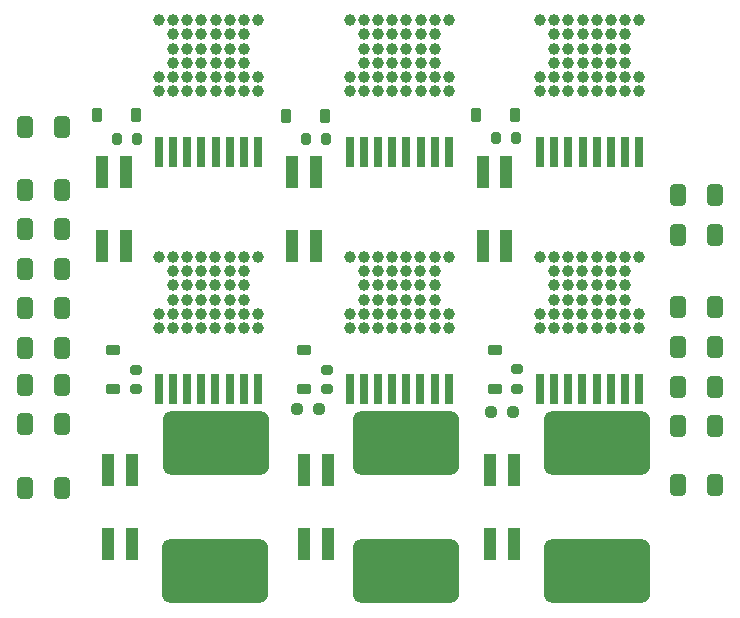
<source format=gbr>
%TF.GenerationSoftware,KiCad,Pcbnew,8.0.2*%
%TF.CreationDate,2024-11-11T17:07:31+01:00*%
%TF.ProjectId,power,706f7765-722e-46b6-9963-61645f706362,rev?*%
%TF.SameCoordinates,Original*%
%TF.FileFunction,Paste,Top*%
%TF.FilePolarity,Positive*%
%FSLAX46Y46*%
G04 Gerber Fmt 4.6, Leading zero omitted, Abs format (unit mm)*
G04 Created by KiCad (PCBNEW 8.0.2) date 2024-11-11 17:07:31*
%MOMM*%
%LPD*%
G01*
G04 APERTURE LIST*
G04 Aperture macros list*
%AMRoundRect*
0 Rectangle with rounded corners*
0 $1 Rounding radius*
0 $2 $3 $4 $5 $6 $7 $8 $9 X,Y pos of 4 corners*
0 Add a 4 corners polygon primitive as box body*
4,1,4,$2,$3,$4,$5,$6,$7,$8,$9,$2,$3,0*
0 Add four circle primitives for the rounded corners*
1,1,$1+$1,$2,$3*
1,1,$1+$1,$4,$5*
1,1,$1+$1,$6,$7*
1,1,$1+$1,$8,$9*
0 Add four rect primitives between the rounded corners*
20,1,$1+$1,$2,$3,$4,$5,0*
20,1,$1+$1,$4,$5,$6,$7,0*
20,1,$1+$1,$6,$7,$8,$9,0*
20,1,$1+$1,$8,$9,$2,$3,0*%
G04 Aperture macros list end*
%ADD10RoundRect,0.250000X-0.412500X-0.650000X0.412500X-0.650000X0.412500X0.650000X-0.412500X0.650000X0*%
%ADD11RoundRect,0.237500X0.250000X0.237500X-0.250000X0.237500X-0.250000X-0.237500X0.250000X-0.237500X0*%
%ADD12R,1.000000X2.750000*%
%ADD13RoundRect,0.825000X-3.675000X-1.925000X3.675000X-1.925000X3.675000X1.925000X-3.675000X1.925000X0*%
%ADD14R,0.700000X2.600000*%
%ADD15C,1.000000*%
%ADD16RoundRect,0.225000X-0.225000X-0.375000X0.225000X-0.375000X0.225000X0.375000X-0.225000X0.375000X0*%
%ADD17RoundRect,0.250000X0.412500X0.650000X-0.412500X0.650000X-0.412500X-0.650000X0.412500X-0.650000X0*%
%ADD18RoundRect,0.200000X-0.200000X-0.275000X0.200000X-0.275000X0.200000X0.275000X-0.200000X0.275000X0*%
%ADD19RoundRect,0.225000X-0.375000X0.225000X-0.375000X-0.225000X0.375000X-0.225000X0.375000X0.225000X0*%
%ADD20RoundRect,0.200000X-0.275000X0.200000X-0.275000X-0.200000X0.275000X-0.200000X0.275000X0.200000X0*%
%ADD21RoundRect,0.237500X-0.250000X-0.237500X0.250000X-0.237500X0.250000X0.237500X-0.250000X0.237500X0*%
G04 APERTURE END LIST*
D10*
%TO.C,C76*%
X99005781Y-101320600D03*
X102130781Y-101320600D03*
%TD*%
D11*
%TO.C,R38*%
X123820481Y-94563921D03*
X121995481Y-94563921D03*
%TD*%
D12*
%TO.C,J18*%
X140341781Y-106045521D03*
X140341781Y-99795521D03*
X138341781Y-106045521D03*
X138341781Y-99795521D03*
%TD*%
D10*
%TO.C,C38*%
X99005781Y-92560400D03*
X102130781Y-92560400D03*
%TD*%
D13*
%TO.C,R14*%
X115104781Y-97500521D03*
X115084781Y-108300521D03*
%TD*%
D10*
%TO.C,C37*%
X99005781Y-89427800D03*
X102130781Y-89427800D03*
%TD*%
D14*
%TO.C,Q13*%
X110291581Y-92917521D03*
X111491581Y-92917521D03*
X112691581Y-92917521D03*
X113891581Y-92917521D03*
X115091581Y-92917521D03*
X116291581Y-92917521D03*
X117491581Y-92917521D03*
X118691581Y-92917521D03*
D15*
X110291581Y-87737521D03*
X111491581Y-87737521D03*
X112691581Y-87737521D03*
X113891581Y-87737521D03*
X115091581Y-87737521D03*
X116291581Y-87737521D03*
X117491581Y-87737521D03*
X118691581Y-87737521D03*
X110291581Y-86537521D03*
X111491581Y-86537521D03*
X112691581Y-86537521D03*
X113891581Y-86537521D03*
X115091581Y-86537521D03*
X116291581Y-86537521D03*
X117491581Y-86537521D03*
X118691581Y-86537521D03*
X111491581Y-85337521D03*
X112691581Y-85337521D03*
X113891581Y-85337521D03*
X115091581Y-85337521D03*
X116291581Y-85337521D03*
X117491581Y-85337521D03*
X111491581Y-84137521D03*
X112691581Y-84137521D03*
X113891581Y-84137521D03*
X115091581Y-84137521D03*
X116291581Y-84137521D03*
X117491581Y-84137521D03*
X111491581Y-82937521D03*
X112691581Y-82937521D03*
X113891581Y-82937521D03*
X115091581Y-82937521D03*
X116291581Y-82937521D03*
X117491581Y-82937521D03*
X110291581Y-81737521D03*
X111491581Y-81737521D03*
X112691581Y-81737521D03*
X113891581Y-81737521D03*
X115091581Y-81737521D03*
X116291581Y-81737521D03*
X117491581Y-81737521D03*
X118691581Y-81737521D03*
%TD*%
D16*
%TO.C,D7*%
X137183781Y-69671921D03*
X140483781Y-69671921D03*
%TD*%
D17*
%TO.C,C83*%
X157351181Y-76487521D03*
X154226181Y-76487521D03*
%TD*%
D18*
%TO.C,R49*%
X138872381Y-71653121D03*
X140522381Y-71653121D03*
%TD*%
D14*
%TO.C,Q15*%
X142561981Y-92917521D03*
X143761981Y-92917521D03*
X144961981Y-92917521D03*
X146161981Y-92917521D03*
X147361981Y-92917521D03*
X148561981Y-92917521D03*
X149761981Y-92917521D03*
X150961981Y-92917521D03*
D15*
X142561981Y-87737521D03*
X143761981Y-87737521D03*
X144961981Y-87737521D03*
X146161981Y-87737521D03*
X147361981Y-87737521D03*
X148561981Y-87737521D03*
X149761981Y-87737521D03*
X150961981Y-87737521D03*
X142561981Y-86537521D03*
X143761981Y-86537521D03*
X144961981Y-86537521D03*
X146161981Y-86537521D03*
X147361981Y-86537521D03*
X148561981Y-86537521D03*
X149761981Y-86537521D03*
X150961981Y-86537521D03*
X143761981Y-85337521D03*
X144961981Y-85337521D03*
X146161981Y-85337521D03*
X147361981Y-85337521D03*
X148561981Y-85337521D03*
X149761981Y-85337521D03*
X143761981Y-84137521D03*
X144961981Y-84137521D03*
X146161981Y-84137521D03*
X147361981Y-84137521D03*
X148561981Y-84137521D03*
X149761981Y-84137521D03*
X143761981Y-82937521D03*
X144961981Y-82937521D03*
X146161981Y-82937521D03*
X147361981Y-82937521D03*
X148561981Y-82937521D03*
X149761981Y-82937521D03*
X142561981Y-81737521D03*
X143761981Y-81737521D03*
X144961981Y-81737521D03*
X146161981Y-81737521D03*
X147361981Y-81737521D03*
X148561981Y-81737521D03*
X149761981Y-81737521D03*
X150961981Y-81737521D03*
%TD*%
D19*
%TO.C,D13*%
X138757581Y-89611921D03*
X138757581Y-92911921D03*
%TD*%
D12*
%TO.C,J5*%
X137732181Y-74547921D03*
X137732181Y-80797921D03*
X139732181Y-74547921D03*
X139732181Y-80797921D03*
%TD*%
D17*
%TO.C,C78*%
X157350381Y-96057200D03*
X154225381Y-96057200D03*
%TD*%
%TO.C,C80*%
X157350381Y-89357200D03*
X154225381Y-89357200D03*
%TD*%
D18*
%TO.C,R70*%
X122794181Y-71754721D03*
X124444181Y-71754721D03*
%TD*%
D12*
%TO.C,J12*%
X105499581Y-74547921D03*
X105499581Y-80797921D03*
X107499581Y-74547921D03*
X107499581Y-80797921D03*
%TD*%
D17*
%TO.C,C82*%
X157351181Y-79837521D03*
X154226181Y-79837521D03*
%TD*%
D19*
%TO.C,D21*%
X106423381Y-89586521D03*
X106423381Y-92886521D03*
%TD*%
D18*
%TO.C,R72*%
X106792181Y-71729321D03*
X108442181Y-71729321D03*
%TD*%
D14*
%TO.C,Q9*%
X142573781Y-72867521D03*
X143773781Y-72867521D03*
X144973781Y-72867521D03*
X146173781Y-72867521D03*
X147373781Y-72867521D03*
X148573781Y-72867521D03*
X149773781Y-72867521D03*
X150973781Y-72867521D03*
D15*
X142573781Y-67687521D03*
X143773781Y-67687521D03*
X144973781Y-67687521D03*
X146173781Y-67687521D03*
X147373781Y-67687521D03*
X148573781Y-67687521D03*
X149773781Y-67687521D03*
X150973781Y-67687521D03*
X142573781Y-66487521D03*
X143773781Y-66487521D03*
X144973781Y-66487521D03*
X146173781Y-66487521D03*
X147373781Y-66487521D03*
X148573781Y-66487521D03*
X149773781Y-66487521D03*
X150973781Y-66487521D03*
X143773781Y-65287521D03*
X144973781Y-65287521D03*
X146173781Y-65287521D03*
X147373781Y-65287521D03*
X148573781Y-65287521D03*
X149773781Y-65287521D03*
X143773781Y-64087521D03*
X144973781Y-64087521D03*
X146173781Y-64087521D03*
X147373781Y-64087521D03*
X148573781Y-64087521D03*
X149773781Y-64087521D03*
X143773781Y-62887521D03*
X144973781Y-62887521D03*
X146173781Y-62887521D03*
X147373781Y-62887521D03*
X148573781Y-62887521D03*
X149773781Y-62887521D03*
X142573781Y-61687521D03*
X143773781Y-61687521D03*
X144973781Y-61687521D03*
X146173781Y-61687521D03*
X147373781Y-61687521D03*
X148573781Y-61687521D03*
X149773781Y-61687521D03*
X150973781Y-61687521D03*
%TD*%
D10*
%TO.C,C35*%
X99005781Y-82727800D03*
X102130781Y-82727800D03*
%TD*%
D13*
%TO.C,R13*%
X131259181Y-97500521D03*
X131239181Y-108300521D03*
%TD*%
D20*
%TO.C,R73*%
X108379181Y-91275121D03*
X108379181Y-92925121D03*
%TD*%
D12*
%TO.C,J8*%
X121577781Y-74547921D03*
X121577781Y-80797921D03*
X123577781Y-74547921D03*
X123577781Y-80797921D03*
%TD*%
D14*
%TO.C,Q5*%
X126457781Y-72867521D03*
X127657781Y-72867521D03*
X128857781Y-72867521D03*
X130057781Y-72867521D03*
X131257781Y-72867521D03*
X132457781Y-72867521D03*
X133657781Y-72867521D03*
X134857781Y-72867521D03*
D15*
X126457781Y-67687521D03*
X127657781Y-67687521D03*
X128857781Y-67687521D03*
X130057781Y-67687521D03*
X131257781Y-67687521D03*
X132457781Y-67687521D03*
X133657781Y-67687521D03*
X134857781Y-67687521D03*
X126457781Y-66487521D03*
X127657781Y-66487521D03*
X128857781Y-66487521D03*
X130057781Y-66487521D03*
X131257781Y-66487521D03*
X132457781Y-66487521D03*
X133657781Y-66487521D03*
X134857781Y-66487521D03*
X127657781Y-65287521D03*
X128857781Y-65287521D03*
X130057781Y-65287521D03*
X131257781Y-65287521D03*
X132457781Y-65287521D03*
X133657781Y-65287521D03*
X127657781Y-64087521D03*
X128857781Y-64087521D03*
X130057781Y-64087521D03*
X131257781Y-64087521D03*
X132457781Y-64087521D03*
X133657781Y-64087521D03*
X127657781Y-62887521D03*
X128857781Y-62887521D03*
X130057781Y-62887521D03*
X131257781Y-62887521D03*
X132457781Y-62887521D03*
X133657781Y-62887521D03*
X126457781Y-61687521D03*
X127657781Y-61687521D03*
X128857781Y-61687521D03*
X130057781Y-61687521D03*
X131257781Y-61687521D03*
X132457781Y-61687521D03*
X133657781Y-61687521D03*
X134857781Y-61687521D03*
%TD*%
D10*
%TO.C,C31*%
X99005781Y-70764400D03*
X102130781Y-70764400D03*
%TD*%
D17*
%TO.C,C77*%
X157350381Y-101015800D03*
X154225381Y-101015800D03*
%TD*%
D14*
%TO.C,Q11*%
X126445981Y-92917521D03*
X127645981Y-92917521D03*
X128845981Y-92917521D03*
X130045981Y-92917521D03*
X131245981Y-92917521D03*
X132445981Y-92917521D03*
X133645981Y-92917521D03*
X134845981Y-92917521D03*
D15*
X126445981Y-87737521D03*
X127645981Y-87737521D03*
X128845981Y-87737521D03*
X130045981Y-87737521D03*
X131245981Y-87737521D03*
X132445981Y-87737521D03*
X133645981Y-87737521D03*
X134845981Y-87737521D03*
X126445981Y-86537521D03*
X127645981Y-86537521D03*
X128845981Y-86537521D03*
X130045981Y-86537521D03*
X131245981Y-86537521D03*
X132445981Y-86537521D03*
X133645981Y-86537521D03*
X134845981Y-86537521D03*
X127645981Y-85337521D03*
X128845981Y-85337521D03*
X130045981Y-85337521D03*
X131245981Y-85337521D03*
X132445981Y-85337521D03*
X133645981Y-85337521D03*
X127645981Y-84137521D03*
X128845981Y-84137521D03*
X130045981Y-84137521D03*
X131245981Y-84137521D03*
X132445981Y-84137521D03*
X133645981Y-84137521D03*
X127645981Y-82937521D03*
X128845981Y-82937521D03*
X130045981Y-82937521D03*
X131245981Y-82937521D03*
X132445981Y-82937521D03*
X133645981Y-82937521D03*
X126445981Y-81737521D03*
X127645981Y-81737521D03*
X128845981Y-81737521D03*
X130045981Y-81737521D03*
X131245981Y-81737521D03*
X132445981Y-81737521D03*
X133645981Y-81737521D03*
X134845981Y-81737521D03*
%TD*%
D12*
%TO.C,J21*%
X108007581Y-106045521D03*
X108007581Y-99795521D03*
X106007581Y-106045521D03*
X106007581Y-99795521D03*
%TD*%
D10*
%TO.C,C36*%
X99005781Y-86077800D03*
X102130781Y-86077800D03*
%TD*%
%TO.C,C34*%
X99005781Y-79377800D03*
X102130781Y-79377800D03*
%TD*%
D17*
%TO.C,C79*%
X157350381Y-92707200D03*
X154225381Y-92707200D03*
%TD*%
D20*
%TO.C,R71*%
X124533581Y-91300521D03*
X124533581Y-92950521D03*
%TD*%
D12*
%TO.C,J19*%
X124619181Y-106045521D03*
X124619181Y-99795521D03*
X122619181Y-106045521D03*
X122619181Y-99795521D03*
%TD*%
D13*
%TO.C,R15*%
X147438981Y-97500521D03*
X147418981Y-108300521D03*
%TD*%
D17*
%TO.C,C81*%
X157351181Y-85979000D03*
X154226181Y-85979000D03*
%TD*%
D21*
%TO.C,R37*%
X138429281Y-94817921D03*
X140254281Y-94817921D03*
%TD*%
D20*
%TO.C,R65*%
X140662581Y-91249721D03*
X140662581Y-92899721D03*
%TD*%
D14*
%TO.C,Q7*%
X110303381Y-72867521D03*
X111503381Y-72867521D03*
X112703381Y-72867521D03*
X113903381Y-72867521D03*
X115103381Y-72867521D03*
X116303381Y-72867521D03*
X117503381Y-72867521D03*
X118703381Y-72867521D03*
D15*
X110303381Y-67687521D03*
X111503381Y-67687521D03*
X112703381Y-67687521D03*
X113903381Y-67687521D03*
X115103381Y-67687521D03*
X116303381Y-67687521D03*
X117503381Y-67687521D03*
X118703381Y-67687521D03*
X110303381Y-66487521D03*
X111503381Y-66487521D03*
X112703381Y-66487521D03*
X113903381Y-66487521D03*
X115103381Y-66487521D03*
X116303381Y-66487521D03*
X117503381Y-66487521D03*
X118703381Y-66487521D03*
X111503381Y-65287521D03*
X112703381Y-65287521D03*
X113903381Y-65287521D03*
X115103381Y-65287521D03*
X116303381Y-65287521D03*
X117503381Y-65287521D03*
X111503381Y-64087521D03*
X112703381Y-64087521D03*
X113903381Y-64087521D03*
X115103381Y-64087521D03*
X116303381Y-64087521D03*
X117503381Y-64087521D03*
X111503381Y-62887521D03*
X112703381Y-62887521D03*
X113903381Y-62887521D03*
X115103381Y-62887521D03*
X116303381Y-62887521D03*
X117503381Y-62887521D03*
X110303381Y-61687521D03*
X111503381Y-61687521D03*
X112703381Y-61687521D03*
X113903381Y-61687521D03*
X115103381Y-61687521D03*
X116303381Y-61687521D03*
X117503381Y-61687521D03*
X118703381Y-61687521D03*
%TD*%
D10*
%TO.C,C39*%
X99005781Y-95910400D03*
X102130781Y-95910400D03*
%TD*%
D19*
%TO.C,D19*%
X122603181Y-89637321D03*
X122603181Y-92937321D03*
%TD*%
D16*
%TO.C,D20*%
X105103581Y-69697321D03*
X108403581Y-69697321D03*
%TD*%
%TO.C,D18*%
X121080181Y-69798921D03*
X124380181Y-69798921D03*
%TD*%
D10*
%TO.C,C33*%
X99005781Y-76027800D03*
X102130781Y-76027800D03*
%TD*%
M02*

</source>
